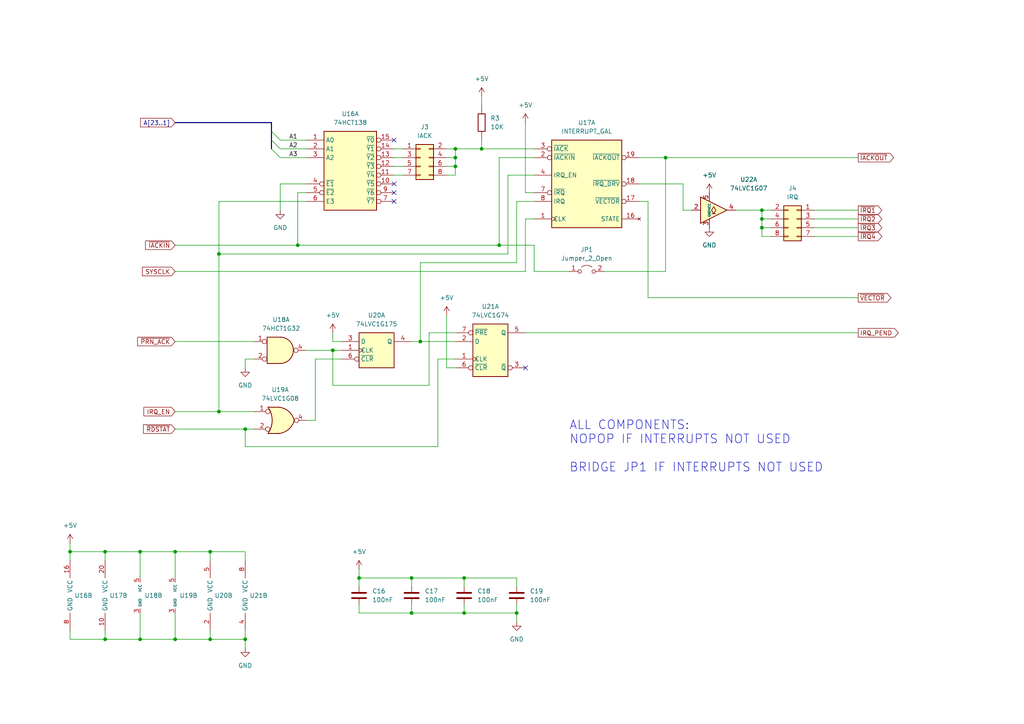
<source format=kicad_sch>
(kicad_sch (version 20231120) (generator "eeschema") (generator_version "8.0")
  (paper "A4")
  (title_block (title "INTERRUPT LOGIC") (date "2024-03-04") (rev "1") (company "(C) TOM STOREY") (comment 1 "FREE FOR NON-COMMERCIAL USE"))
  (lib_symbols
    (symbol "COMET_symbols:74x138"
      (property "Reference" "U" (at 0 0 0))
      (property "Value" "74x138" (at 0 0 0))
      (symbol "74x138_1_1"
        (rectangle (start -7.62 10.16) (end 7.62 -12.7) (stroke (width 0.254)) (fill (type background)))
        (pin input line (at -12.7 7.62 0) (length 5.08) (name "A0") (number "1"))
        (pin output inverted (at 12.7 -5.08 180) (length 5.08) (name "~{Y5}") (number "10"))
        (pin output inverted (at 12.7 -2.54 180) (length 5.08) (name "~{Y4}") (number "11"))
        (pin output inverted (at 12.7 0 180) (length 5.08) (name "~{Y3}") (number "12"))
        (pin output inverted (at 12.7 2.54 180) (length 5.08) (name "~{Y2}") (number "13"))
        (pin output inverted (at 12.7 5.08 180) (length 5.08) (name "~{Y1}") (number "14"))
        (pin output inverted (at 12.7 7.62 180) (length 5.08) (name "~{Y0}") (number "15"))
        (pin input line (at -12.7 5.08 0) (length 5.08) (name "A1") (number "2"))
        (pin input line (at -12.7 2.54 0) (length 5.08) (name "A2") (number "3"))
        (pin input inverted (at -12.7 -5.08 0) (length 5.08) (name "~{E1}") (number "4"))
        (pin input inverted (at -12.7 -7.62 0) (length 5.08) (name "~{E2}") (number "5"))
        (pin input line (at -12.7 -10.16 0) (length 5.08) (name "E3") (number "6"))
        (pin output inverted (at 12.7 -10.16 180) (length 5.08) (name "~{Y7}") (number "7"))
        (pin output inverted (at 12.7 -7.62 180) (length 5.08) (name "~{Y6}") (number "9"))
      )
      (symbol "74x138_2_1"
        (pin power_in line (at 0 10.16 270) (length 5.08) (name "VCC") (number "16"))
        (pin power_in line (at 0 -10.16 90) (length 5.08) (name "GND") (number "8"))
      )
    )
    (symbol "COMET_symbols:74x1G07"
      (property "Reference" "U" (at 0 0 0))
      (property "Value" "74x1G07" (at 0 0 0))
      (symbol "74x1G07_1_0"
        (polyline (pts (xy -2.54 3.81) (xy -2.54 -3.81) (xy 5.08 0) (xy -2.54 3.81)) (stroke (width 0.254)) (fill (type background)))
      )
      (symbol "74x1G07_1_1"
        (polyline (pts (xy 0.762 -1.016) (xy 1.778 -1.016)) (stroke (width 0.2032)))
        (polyline (pts (xy 1.27 1.016) (xy 0.635 0) (xy 1.27 -1.016) (xy 1.905 0) (xy 1.27 1.016)) (stroke (width 0.2032)))
        (pin input line (at -5.08 0 0) (length 2.54) (name "~") (number "2"))
        (pin open_collector line (at 7.62 0 180) (length 2.54) (name "~") (number "4"))
      )
      (symbol "74x1G07_1_2"
        (polyline (pts (xy 0.762 -1.016) (xy 1.778 -1.016)) (stroke (width 0.2032)))
        (polyline (pts (xy 1.27 1.016) (xy 0.635 0) (xy 1.27 -1.016) (xy 1.905 0) (xy 1.27 1.016)) (stroke (width 0.2032)))
        (pin input inverted (at -5.08 0 0) (length 2.54) (name "~") (number "2"))
        (pin open_collector inverted (at 7.62 0 180) (length 2.54) (name "~") (number "4"))
      )
      (symbol "74x1G07_2_1"
        (pin power_in line (at 0 -5.08 90) (length 2.54) (name "GND") (number "3"))
        (pin power_in line (at 0 5.08 270) (length 2.54) (name "VCC") (number "5"))
      )
      (symbol "74x1G07_2_2"
        (pin power_in line (at 0 -5.08 90) (length 2.54) (name "GND") (number "3"))
        (pin power_in line (at 0 5.08 270) (length 2.54) (name "VCC") (number "5"))
      )
    )
    (symbol "COMET_symbols:74x1G08"
      (property "Reference" "U" (at 0 0 0))
      (property "Value" "74x1G08" (at 0 0 0))
      (symbol "74x1G08_1_1"
        (arc (start 0 -3.81) (mid 3.7934 0) (end 0 3.81) (stroke (width 0.254)) (fill (type background)))
        (polyline (pts (xy 0 3.81) (xy -3.81 3.81) (xy -3.81 -3.81) (xy 0 -3.81)) (stroke (width 0.254)) (fill (type background)))
        (pin input line (at -7.62 2.54 0) (length 3.81) (name "~") (number "1"))
        (pin input line (at -7.62 -2.54 0) (length 3.81) (name "~") (number "2"))
        (pin output line (at 7.62 0 180) (length 3.81) (name "~") (number "4"))
      )
      (symbol "74x1G08_1_2"
        (arc (start -3.5562 -3.81) (mid -2.3352 0) (end -3.5562 3.81) (stroke (width 0.254)))
        (arc (start -0.3558 -3.81) (mid 2.4393 -2.584) (end 4.0638 0) (stroke (width 0.254)) (fill (type background)))
        (polyline (pts (xy -3.5562 -3.81) (xy -0.3812 -3.81)) (stroke (width 0.254)) (fill (type background)))
        (polyline (pts (xy -3.5562 3.81) (xy -0.3812 3.81)) (stroke (width 0.254)) (fill (type background)))
        (polyline (pts (xy -0.3812 3.81) (xy -3.5562 3.81) (xy -3.5562 3.81) (xy -3.3022 3.4036) (xy -2.7688 2.2606) (xy -2.4386 1.0414) (xy -2.3624 -0.254) (xy -2.5148 -1.4986) (xy -2.9212 -2.7178) (xy -3.5562 -3.81) (xy -3.5562 -3.81) (xy -0.3812 -3.81)) (stroke (width -25.4)) (fill (type background)))
        (arc (start 4.0638 0) (mid 2.4466 2.5925) (end -0.3558 3.81) (stroke (width 0.254)) (fill (type background)))
        (pin input inverted (at -7.62 2.54 0) (length 4.6228) (name "~") (number "1"))
        (pin input inverted (at -7.62 -2.54 0) (length 4.6228) (name "~") (number "2"))
        (pin output inverted (at 7.62 0 180) (length 3.5052) (name "~") (number "4"))
      )
      (symbol "74x1G08_2_1"
        (pin power_in line (at 0 -5.08 90) (length 1.27) (name "GND") (number "3"))
        (pin power_in line (at 0 5.08 270) (length 1.27) (name "VCC") (number "5"))
      )
      (symbol "74x1G08_2_2"
        (pin power_in line (at 0 -5.08 90) (length 1.27) (name "GND") (number "3"))
        (pin power_in line (at 0 5.08 270) (length 1.27) (name "VCC") (number "5"))
      )
    )
    (symbol "COMET_symbols:74x1G175"
      (property "Reference" "U" (at 0 0 0))
      (property "Value" "74x1G175" (at 0 0 0))
      (symbol "74x1G175_1_1"
        (rectangle (start -5.08 5.08) (end 5.08 -5.08) (stroke (width 0.254)) (fill (type background)))
        (pin input clock (at -10.16 0 0) (length 5.08) (name "CLK") (number "1"))
        (pin input line (at -10.16 2.54 0) (length 5.08) (name "D") (number "3"))
        (pin output line (at 10.16 2.54 180) (length 5.08) (name "Q") (number "4"))
        (pin input inverted (at -10.16 -2.54 0) (length 5.08) (name "~{CLR}") (number "6"))
      )
      (symbol "74x1G175_2_1"
        (pin power_in line (at 0 -10.16 90) (length 5.08) (name "GND") (number "2"))
        (pin power_in line (at 0 10.16 270) (length 5.08) (name "VCC") (number "5"))
      )
    )
    (symbol "COMET_symbols:74x1G32"
      (property "Reference" "U" (at 0 0 0))
      (property "Value" "74x1G32" (at 0 0 0))
      (symbol "74x1G32_1_1"
        (arc (start -3.5562 -3.81) (mid -2.3352 0) (end -3.5562 3.81) (stroke (width 0.254)))
        (arc (start -0.3558 -3.81) (mid 2.4393 -2.584) (end 4.0638 0) (stroke (width 0.254)) (fill (type background)))
        (polyline (pts (xy -3.5562 -3.81) (xy -0.3812 -3.81)) (stroke (width 0.254)) (fill (type background)))
        (polyline (pts (xy -3.5562 3.81) (xy -0.3812 3.81)) (stroke (width 0.254)) (fill (type background)))
        (polyline (pts (xy -0.3812 3.81) (xy -3.5562 3.81) (xy -3.5562 3.81) (xy -3.3022 3.4036) (xy -2.7688 2.2606) (xy -2.4386 1.0414) (xy -2.3624 -0.254) (xy -2.5148 -1.4986) (xy -2.9212 -2.7178) (xy -3.5562 -3.81) (xy -3.5562 -3.81) (xy -0.3812 -3.81)) (stroke (width -25.4)) (fill (type background)))
        (arc (start 4.0638 0) (mid 2.4466 2.5925) (end -0.3558 3.81) (stroke (width 0.254)) (fill (type background)))
        (pin input line (at -7.62 2.54 0) (length 4.6228) (name "~") (number "1"))
        (pin input line (at -7.62 -2.54 0) (length 4.6228) (name "~") (number "2"))
        (pin output line (at 7.62 0 180) (length 3.6068) (name "~") (number "4"))
      )
      (symbol "74x1G32_1_2"
        (arc (start 0 -3.81) (mid 3.7934 0) (end 0 3.81) (stroke (width 0.254)) (fill (type background)))
        (polyline (pts (xy 0 3.81) (xy -3.81 3.81) (xy -3.81 -3.81) (xy 0 -3.81)) (stroke (width 0.254)) (fill (type background)))
        (pin input inverted (at -7.62 2.54 0) (length 3.683) (name "~") (number "1"))
        (pin input inverted (at -7.62 -2.54 0) (length 3.683) (name "~") (number "2"))
        (pin output inverted (at 7.62 0 180) (length 3.683) (name "~") (number "4"))
      )
      (symbol "74x1G32_2_1"
        (pin power_in line (at 0 -5.08 90) (length 1.27) (name "GND") (number "3"))
        (pin power_in line (at 0 5.08 270) (length 1.27) (name "VCC") (number "5"))
      )
      (symbol "74x1G32_2_2"
        (pin power_in line (at 0 -5.08 90) (length 1.27) (name "GND") (number "3"))
        (pin power_in line (at 0 5.08 270) (length 1.27) (name "VCC") (number "5"))
      )
    )
    (symbol "COMET_symbols:74x1G74"
      (property "Reference" "U" (at 0 0 0))
      (property "Value" "74x1G74" (at 0 0 0))
      (symbol "74x1G74_1_1"
        (rectangle (start -5.08 7.62) (end 5.08 -7.62) (stroke (width 0.254)) (fill (type background)))
        (pin input clock (at -10.16 -2.54 0) (length 5.08) (name "CLK") (number "1"))
        (pin input line (at -10.16 2.54 0) (length 5.08) (name "D") (number "2"))
        (pin output inverted (at 10.16 -5.08 180) (length 5.08) (name "~{Q}") (number "3"))
        (pin output line (at 10.16 5.08 180) (length 5.08) (name "Q") (number "5"))
        (pin input inverted (at -10.16 -5.08 0) (length 5.08) (name "~{CLR}") (number "6"))
        (pin input inverted (at -10.16 5.08 0) (length 5.08) (name "~{PRE}") (number "7"))
      )
      (symbol "74x1G74_2_1"
        (pin power_in line (at 0 -10.16 90) (length 5.08) (name "GND") (number "4"))
        (pin power_in line (at 0 10.16 270) (length 5.08) (name "VCC") (number "8"))
      )
    )
    (symbol "COMET_symbols:C" (pin_numbers hide) (pin_names hide)
      (property "Reference" "C" (at 0 0 0))
      (property "Value" "C" (at 0 0 0))
      (symbol "C_0_1"
        (polyline (pts (xy -2.032 -0.762) (xy 2.032 -0.762)) (stroke (width 0.508)))
        (polyline (pts (xy -2.032 0.762) (xy 2.032 0.762)) (stroke (width 0.508)))
      )
      (symbol "C_1_1"
        (pin passive line (at 0 2.54 270) (length 1.524) (name "~") (number "1"))
        (pin passive line (at 0 -2.54 90) (length 1.524) (name "~") (number "2"))
      )
    )
    (symbol "COMET_symbols:R" (pin_numbers hide) (pin_names hide)
      (property "Reference" "R" (at 0 0 0))
      (property "Value" "R" (at 0 0 0))
      (symbol "R_0_1"
        (rectangle (start -1.016 -2.54) (end 1.016 2.54) (stroke (width 0.254)))
      )
      (symbol "R_1_1"
        (pin passive line (at 0 5.08 270) (length 2.54) (name "~") (number "1"))
        (pin passive line (at 0 -5.08 90) (length 2.54) (name "~") (number "2"))
      )
    )
    (symbol "Connector_Generic:Conn_02x04_Odd_Even" (pin_names (offset 1.016) hide)
      (property "Reference" "J" (at 1.27 5.08 0))
      (property "Value" "Conn_02x04_Odd_Even" (at 1.27 -7.62 0))
      (symbol "Conn_02x04_Odd_Even_1_1"
        (rectangle (start -1.27 -4.953) (end 0 -5.207) (stroke (width 0.1524)))
        (rectangle (start -1.27 -2.413) (end 0 -2.667) (stroke (width 0.1524)))
        (rectangle (start -1.27 0.127) (end 0 -0.127) (stroke (width 0.1524)))
        (rectangle (start -1.27 2.667) (end 0 2.413) (stroke (width 0.1524)))
        (rectangle (start -1.27 3.81) (end 3.81 -6.35) (stroke (width 0.254)) (fill (type background)))
        (rectangle (start 3.81 -4.953) (end 2.54 -5.207) (stroke (width 0.1524)))
        (rectangle (start 3.81 -2.413) (end 2.54 -2.667) (stroke (width 0.1524)))
        (rectangle (start 3.81 0.127) (end 2.54 -0.127) (stroke (width 0.1524)))
        (rectangle (start 3.81 2.667) (end 2.54 2.413) (stroke (width 0.1524)))
        (pin passive line (at -5.08 2.54 0) (length 3.81) (name "Pin_1") (number "1"))
        (pin passive line (at 7.62 2.54 180) (length 3.81) (name "Pin_2") (number "2"))
        (pin passive line (at -5.08 0 0) (length 3.81) (name "Pin_3") (number "3"))
        (pin passive line (at 7.62 0 180) (length 3.81) (name "Pin_4") (number "4"))
        (pin passive line (at -5.08 -2.54 0) (length 3.81) (name "Pin_5") (number "5"))
        (pin passive line (at 7.62 -2.54 180) (length 3.81) (name "Pin_6") (number "6"))
        (pin passive line (at -5.08 -5.08 0) (length 3.81) (name "Pin_7") (number "7"))
        (pin passive line (at 7.62 -5.08 180) (length 3.81) (name "Pin_8") (number "8"))
      )
    )
    (symbol "Jumper:Jumper_2_Open" (pin_names (offset 0) hide)
      (property "Reference" "JP" (at 0 2.794 0))
      (property "Value" "Jumper_2_Open" (at 0 -2.286 0))
      (symbol "Jumper_2_Open_0_0"
        (circle (center -2.032 0) (radius 0.508))
        (circle (center 2.032 0) (radius 0.508))
      )
      (symbol "Jumper_2_Open_0_1"
        (arc (start 1.524 1.27) (mid 0 1.778) (end -1.524 1.27))
      )
      (symbol "Jumper_2_Open_1_1"
        (pin passive line (at -5.08 0 0) (length 2.54) (name "A") (number "1"))
        (pin passive line (at 5.08 0 180) (length 2.54) (name "B") (number "2"))
      )
    )
    (symbol "Printer_Interface:INTERRUPT_GAL"
      (property "Reference" "U" (at 0 0 0))
      (property "Value" "INTERRUPT_GAL" (at 0 0 0))
      (symbol "INTERRUPT_GAL_1_0"
        (pin input clock (at -15.24 -10.16 0) (length 5.08) (name "CLK") (number "1"))
        (pin no_connect line (at 15.24 -10.16 180) (length 5.08) (name "STATE") (number "16"))
        (pin output inverted (at 15.24 -5.08 180) (length 5.08) (name "~{VECTOR}") (number "17"))
        (pin output inverted (at 15.24 0 180) (length 5.08) (name "~{IRQ_DRV}") (number "18"))
        (pin output inverted (at 15.24 7.62 180) (length 5.08) (name "~{IACKOUT}") (number "19"))
        (pin input inverted (at -15.24 7.62 0) (length 5.08) (name "~{IACKIN}") (number "2"))
        (pin input inverted (at -15.24 10.16 0) (length 5.08) (name "~{IACK}") (number "3"))
        (pin input line (at -15.24 2.54 0) (length 5.08) (name "IRQ_EN") (number "4"))
        (pin input inverted (at -15.24 -2.54 0) (length 5.08) (name "~{IRQ}") (number "7"))
        (pin input line (at -15.24 -5.08 0) (length 5.08) (name "IRQ") (number "8"))
      )
      (symbol "INTERRUPT_GAL_1_1"
        (rectangle (start -10.16 12.7) (end 10.16 -12.7) (stroke (width 0.254)) (fill (type background)))
      )
      (symbol "INTERRUPT_GAL_2_0"
        (pin power_in line (at 0 -10.16 90) (length 5.08) (name "GND") (number "10"))
        (pin power_in line (at 0 10.16 270) (length 5.08) (name "VCC") (number "20"))
      )
    )
    (symbol "power:+5V" (power) (pin_numbers hide) (pin_names (offset 0) hide)
      (property "Value" "+5V" (at 0 3.556 0))
      (symbol "+5V_0_1"
        (polyline (pts (xy -0.762 1.27) (xy 0 2.54)))
        (polyline (pts (xy 0 0) (xy 0 2.54)))
        (polyline (pts (xy 0 2.54) (xy 0.762 1.27)))
      )
      (symbol "+5V_1_1"
        (pin power_in line (at 0 0 90) (length 0) (name "~") (number "1"))
      )
    )
    (symbol "power:GND" (power) (pin_numbers hide) (pin_names (offset 0) hide)
      (property "Value" "GND" (at 0 -3.81 0))
      (symbol "GND_0_1"
        (polyline (pts (xy 0 0) (xy 0 -1.27) (xy 1.27 -1.27) (xy 0 -2.54) (xy -1.27 -1.27) (xy 0 -1.27)))
      )
      (symbol "GND_1_1"
        (pin power_in line (at 0 0 270) (length 0) (name "~") (number "1"))
      )
    )
  )
  (junction (at 71.12 124.46))
  (junction (at 50.8 160.02))
  (junction (at 96.52 101.6))
  (junction (at 40.64 185.42))
  (junction (at 132.08 48.26))
  (junction (at 63.5 73.66))
  (junction (at 50.8 185.42))
  (junction (at 144.78 71.12))
  (junction (at 193.04 45.72))
  (junction (at 20.32 160.02))
  (junction (at 132.08 45.72))
  (junction (at 121.92 99.06))
  (junction (at 86.36 71.12))
  (junction (at 104.14 167.64))
  (junction (at 139.7 43.18))
  (junction (at 60.96 160.02))
  (junction (at 119.38 167.64))
  (junction (at 30.48 160.02))
  (junction (at 220.98 60.96))
  (junction (at 220.98 66.04))
  (junction (at 220.98 63.5))
  (junction (at 71.12 185.42))
  (junction (at 134.62 167.64))
  (junction (at 149.86 177.8))
  (junction (at 63.5 119.38))
  (junction (at 134.62 177.8))
  (junction (at 40.64 160.02))
  (junction (at 132.08 43.18))
  (junction (at 30.48 185.42))
  (junction (at 119.38 177.8))
  (junction (at 60.96 185.42))
  (no_connect (at 114.3 40.64))
  (no_connect (at 114.3 58.42))
  (no_connect (at 114.3 53.34))
  (no_connect (at 152.4 106.68))
  (no_connect (at 114.3 55.88))
  (bus_entry (at 78.74 40.64) (size 2.54 2.54))
  (bus_entry (at 78.74 43.18) (size 2.54 2.54))
  (bus_entry (at 78.74 38.1) (size 2.54 2.54))
  (wire (pts (xy 40.64 160.02) (xy 50.8 160.02)))
  (wire (pts (xy 139.7 43.18) (xy 154.94 43.18)))
  (wire (pts (xy 134.62 167.64) (xy 149.86 167.64)))
  (wire (pts (xy 104.14 177.8) (xy 119.38 177.8)))
  (wire (pts (xy 116.84 48.26) (xy 114.3 48.26)))
  (wire (pts (xy 152.4 35.56) (xy 152.4 55.88)))
  (wire (pts (xy 50.8 124.46) (xy 71.12 124.46)))
  (wire (pts (xy 86.36 55.88) (xy 86.36 71.12)))
  (wire (pts (xy 88.9 58.42) (xy 63.5 58.42)))
  (wire (pts (xy 81.28 40.64) (xy 88.9 40.64)))
  (wire (pts (xy 198.12 60.96) (xy 198.12 53.34)))
  (wire (pts (xy 129.54 43.18) (xy 132.08 43.18)))
  (bus (pts (xy 78.74 38.1) (xy 78.74 35.56)))
  (wire (pts (xy 96.52 111.76) (xy 124.46 111.76)))
  (wire (pts (xy 129.54 48.26) (xy 132.08 48.26)))
  (wire (pts (xy 147.32 50.8) (xy 147.32 73.66)))
  (wire (pts (xy 236.22 60.96) (xy 248.92 60.96)))
  (wire (pts (xy 121.92 99.06) (xy 119.38 99.06)))
  (wire (pts (xy 71.12 124.46) (xy 73.66 124.46)))
  (wire (pts (xy 30.48 182.88) (xy 30.48 185.42)))
  (wire (pts (xy 104.14 175.26) (xy 104.14 177.8)))
  (wire (pts (xy 50.8 160.02) (xy 60.96 160.02)))
  (wire (pts (xy 60.96 160.02) (xy 60.96 162.56)))
  (wire (pts (xy 116.84 43.18) (xy 114.3 43.18)))
  (wire (pts (xy 236.22 66.04) (xy 248.92 66.04)))
  (wire (pts (xy 154.94 50.8) (xy 147.32 50.8)))
  (wire (pts (xy 220.98 60.96) (xy 220.98 63.5)))
  (wire (pts (xy 50.8 99.06) (xy 73.66 99.06)))
  (wire (pts (xy 73.66 104.14) (xy 71.12 104.14)))
  (wire (pts (xy 96.52 101.6) (xy 96.52 111.76)))
  (wire (pts (xy 220.98 66.04) (xy 220.98 68.58)))
  (wire (pts (xy 71.12 185.42) (xy 71.12 187.96)))
  (wire (pts (xy 63.5 119.38) (xy 73.66 119.38)))
  (wire (pts (xy 149.86 177.8) (xy 149.86 180.34)))
  (wire (pts (xy 129.54 45.72) (xy 132.08 45.72)))
  (wire (pts (xy 220.98 66.04) (xy 223.52 66.04)))
  (bus (pts (xy 50.8 35.56) (xy 78.74 35.56)))
  (wire (pts (xy 200.66 60.96) (xy 198.12 60.96)))
  (wire (pts (xy 71.12 124.46) (xy 71.12 129.54)))
  (wire (pts (xy 50.8 160.02) (xy 50.8 167.64)))
  (wire (pts (xy 185.42 45.72) (xy 193.04 45.72)))
  (wire (pts (xy 91.44 121.92) (xy 91.44 104.14)))
  (wire (pts (xy 152.4 63.5) (xy 152.4 78.74)))
  (wire (pts (xy 144.78 71.12) (xy 154.94 71.12)))
  (wire (pts (xy 20.32 182.88) (xy 20.32 185.42)))
  (wire (pts (xy 132.08 45.72) (xy 132.08 48.26)))
  (wire (pts (xy 71.12 129.54) (xy 127 129.54)))
  (wire (pts (xy 99.06 101.6) (xy 96.52 101.6)))
  (wire (pts (xy 236.22 68.58) (xy 248.92 68.58)))
  (wire (pts (xy 104.14 165.1) (xy 104.14 167.64)))
  (wire (pts (xy 220.98 63.5) (xy 220.98 66.04)))
  (wire (pts (xy 149.86 175.26) (xy 149.86 177.8)))
  (wire (pts (xy 132.08 48.26) (xy 132.08 50.8)))
  (wire (pts (xy 96.52 101.6) (xy 88.9 101.6)))
  (wire (pts (xy 63.5 58.42) (xy 63.5 73.66)))
  (wire (pts (xy 132.08 106.68) (xy 129.54 106.68)))
  (wire (pts (xy 119.38 177.8) (xy 134.62 177.8)))
  (wire (pts (xy 127 129.54) (xy 127 104.14)))
  (wire (pts (xy 20.32 160.02) (xy 20.32 162.56)))
  (wire (pts (xy 60.96 160.02) (xy 71.12 160.02)))
  (wire (pts (xy 187.96 58.42) (xy 187.96 86.36)))
  (wire (pts (xy 81.28 43.18) (xy 88.9 43.18)))
  (bus (pts (xy 78.74 40.64) (xy 78.74 38.1)))
  (wire (pts (xy 132.08 99.06) (xy 121.92 99.06)))
  (wire (pts (xy 139.7 27.94) (xy 139.7 30.48)))
  (wire (pts (xy 154.94 71.12) (xy 154.94 78.74)))
  (bus (pts (xy 78.74 43.18) (xy 78.74 40.64)))
  (wire (pts (xy 185.42 58.42) (xy 187.96 58.42)))
  (wire (pts (xy 152.4 63.5) (xy 154.94 63.5)))
  (wire (pts (xy 121.92 99.06) (xy 121.92 76.2)))
  (wire (pts (xy 40.64 160.02) (xy 40.64 167.64)))
  (wire (pts (xy 63.5 73.66) (xy 63.5 119.38)))
  (wire (pts (xy 88.9 55.88) (xy 86.36 55.88)))
  (wire (pts (xy 91.44 104.14) (xy 99.06 104.14)))
  (wire (pts (xy 119.38 167.64) (xy 119.38 170.18)))
  (wire (pts (xy 30.48 160.02) (xy 30.48 162.56)))
  (wire (pts (xy 185.42 53.34) (xy 198.12 53.34)))
  (wire (pts (xy 236.22 63.5) (xy 248.92 63.5)))
  (wire (pts (xy 119.38 167.64) (xy 134.62 167.64)))
  (wire (pts (xy 132.08 43.18) (xy 139.7 43.18)))
  (wire (pts (xy 40.64 177.8) (xy 40.64 185.42)))
  (wire (pts (xy 220.98 63.5) (xy 223.52 63.5)))
  (wire (pts (xy 132.08 43.18) (xy 132.08 45.72)))
  (wire (pts (xy 193.04 78.74) (xy 193.04 45.72)))
  (wire (pts (xy 71.12 182.88) (xy 71.12 185.42)))
  (wire (pts (xy 149.86 167.64) (xy 149.86 170.18)))
  (wire (pts (xy 121.92 76.2) (xy 149.86 76.2)))
  (wire (pts (xy 104.14 167.64) (xy 119.38 167.64)))
  (wire (pts (xy 50.8 78.74) (xy 152.4 78.74)))
  (wire (pts (xy 119.38 175.26) (xy 119.38 177.8)))
  (wire (pts (xy 149.86 76.2) (xy 149.86 58.42)))
  (wire (pts (xy 60.96 185.42) (xy 71.12 185.42)))
  (wire (pts (xy 40.64 185.42) (xy 50.8 185.42)))
  (wire (pts (xy 139.7 40.64) (xy 139.7 43.18)))
  (wire (pts (xy 60.96 182.88) (xy 60.96 185.42)))
  (wire (pts (xy 187.96 86.36) (xy 248.92 86.36)))
  (wire (pts (xy 129.54 91.44) (xy 129.54 106.68)))
  (wire (pts (xy 81.28 53.34) (xy 81.28 60.96)))
  (wire (pts (xy 149.86 58.42) (xy 154.94 58.42)))
  (wire (pts (xy 20.32 160.02) (xy 30.48 160.02)))
  (wire (pts (xy 144.78 45.72) (xy 154.94 45.72)))
  (wire (pts (xy 193.04 45.72) (xy 248.92 45.72)))
  (wire (pts (xy 71.12 160.02) (xy 71.12 162.56)))
  (wire (pts (xy 154.94 78.74) (xy 165.1 78.74)))
  (wire (pts (xy 30.48 185.42) (xy 40.64 185.42)))
  (wire (pts (xy 81.28 45.72) (xy 88.9 45.72)))
  (wire (pts (xy 50.8 71.12) (xy 86.36 71.12)))
  (wire (pts (xy 129.54 50.8) (xy 132.08 50.8)))
  (wire (pts (xy 152.4 96.52) (xy 248.92 96.52)))
  (wire (pts (xy 144.78 45.72) (xy 144.78 71.12)))
  (wire (pts (xy 88.9 53.34) (xy 81.28 53.34)))
  (wire (pts (xy 127 104.14) (xy 132.08 104.14)))
  (wire (pts (xy 20.32 185.42) (xy 30.48 185.42)))
  (wire (pts (xy 96.52 96.52) (xy 96.52 99.06)))
  (wire (pts (xy 220.98 60.96) (xy 223.52 60.96)))
  (wire (pts (xy 99.06 99.06) (xy 96.52 99.06)))
  (wire (pts (xy 154.94 55.88) (xy 152.4 55.88)))
  (wire (pts (xy 134.62 167.64) (xy 134.62 170.18)))
  (wire (pts (xy 116.84 50.8) (xy 114.3 50.8)))
  (wire (pts (xy 30.48 160.02) (xy 40.64 160.02)))
  (wire (pts (xy 116.84 45.72) (xy 114.3 45.72)))
  (wire (pts (xy 50.8 185.42) (xy 60.96 185.42)))
  (wire (pts (xy 86.36 71.12) (xy 144.78 71.12)))
  (wire (pts (xy 124.46 96.52) (xy 132.08 96.52)))
  (wire (pts (xy 175.26 78.74) (xy 193.04 78.74)))
  (wire (pts (xy 124.46 111.76) (xy 124.46 96.52)))
  (wire (pts (xy 213.36 60.96) (xy 220.98 60.96)))
  (wire (pts (xy 71.12 104.14) (xy 71.12 106.68)))
  (wire (pts (xy 88.9 121.92) (xy 91.44 121.92)))
  (wire (pts (xy 134.62 175.26) (xy 134.62 177.8)))
  (wire (pts (xy 134.62 177.8) (xy 149.86 177.8)))
  (wire (pts (xy 50.8 177.8) (xy 50.8 185.42)))
  (wire (pts (xy 223.52 68.58) (xy 220.98 68.58)))
  (wire (pts (xy 20.32 157.48) (xy 20.32 160.02)))
  (wire (pts (xy 50.8 119.38) (xy 63.5 119.38)))
  (wire (pts (xy 63.5 73.66) (xy 147.32 73.66)))
  (wire (pts (xy 104.14 167.64) (xy 104.14 170.18)))
  (text "ALL COMPONENTS:\nNOPOP IF INTERRUPTS NOT USED\n\nBRIDGE JP1 IF INTERRUPTS NOT USED" (at 165.1 137.16 0) (effects (font (size 2.54 2.54)) (justify left bottom)))
  (label "A1" (at 83.82 40.64 0))
  (label "A3" (at 83.82 45.72 0))
  (label "A2" (at 83.82 43.18 0))
  (global_label "~{RDSTAT}" (shape input) (at 50.8 124.46 180) (property "Intersheetrefs" "${INTERSHEET_REFS}" (effects (hide yes))))
  (global_label "~{IRQ4}" (shape output) (at 248.92 68.58 0) (property "Intersheetrefs" "${INTERSHEET_REFS}" (effects (hide yes))))
  (global_label "~{IACKIN}" (shape input) (at 50.8 71.12 180) (property "Intersheetrefs" "${INTERSHEET_REFS}" (effects (hide yes))))
  (global_label "~{IACKOUT}" (shape output) (at 248.92 45.72 0) (property "Intersheetrefs" "${INTERSHEET_REFS}" (effects (hide yes))))
  (global_label "~{IRQ1}" (shape output) (at 248.92 60.96 0) (property "Intersheetrefs" "${INTERSHEET_REFS}" (effects (hide yes))))
  (global_label "SYSCLK" (shape input) (at 50.8 78.74 180) (property "Intersheetrefs" "${INTERSHEET_REFS}" (effects (hide yes))))
  (global_label "~{IRQ2}" (shape output) (at 248.92 63.5 0) (property "Intersheetrefs" "${INTERSHEET_REFS}" (effects (hide yes))))
  (global_label "~{VECTOR}" (shape output) (at 248.92 86.36 0) (property "Intersheetrefs" "${INTERSHEET_REFS}" (effects (hide yes))))
  (global_label "IRQ_EN" (shape input) (at 50.8 119.38 180) (property "Intersheetrefs" "${INTERSHEET_REFS}" (effects (hide yes))))
  (global_label "A[23..1]" (shape input) (at 50.8 35.56 180) (property "Intersheetrefs" "${INTERSHEET_REFS}" (effects (hide yes))))
  (global_label "IRQ_PEND" (shape output) (at 248.92 96.52 0) (property "Intersheetrefs" "${INTERSHEET_REFS}" (effects (hide yes))))
  (global_label "~{IRQ3}" (shape output) (at 248.92 66.04 0) (property "Intersheetrefs" "${INTERSHEET_REFS}" (effects (hide yes))))
  (global_label "~{PRN_ACK}" (shape input) (at 50.8 99.06 180) (property "Intersheetrefs" "${INTERSHEET_REFS}" (effects (hide yes))))
  (symbol (lib_id "power:+5V") (at 129.54 91.44 0) (unit 1)
    (property "Reference" "#PWR045" (effects (hide yes)))
    (property "Value" "+5V" (at 129.54 86.36 0))
    (property "Description" "Power symbol creates a global label with name \"+5V\"" (effects (hide yes)))
  )
  (symbol (lib_id "power:GND") (at 71.12 187.96 0) (unit 1)
    (property "Reference" "#PWR041" (effects (hide yes)))
    (property "Value" "GND" (at 71.12 193.04 0))
    (property "Description" "Power symbol creates a global label with name \"GND\" , ground" (effects (hide yes)))
  )
  (symbol (lib_id "power:GND") (at 71.12 106.68 0) (unit 1)
    (property "Reference" "#PWR040" (effects (hide yes)))
    (property "Value" "GND" (at 71.12 111.76 0))
    (property "Description" "Power symbol creates a global label with name \"GND\" , ground" (effects (hide yes)))
  )
  (symbol (lib_id "power:+5V") (at 96.52 96.52 0) (unit 1)
    (property "Reference" "#PWR043" (effects (hide yes)))
    (property "Value" "+5V" (at 96.52 91.44 0))
    (property "Description" "Power symbol creates a global label with name \"+5V\"" (effects (hide yes)))
  )
  (symbol (lib_id "power:+5V") (at 104.14 165.1 0) (unit 1)
    (property "Reference" "#PWR044" (effects (hide yes)))
    (property "Value" "+5V" (at 104.14 160.02 0))
    (property "Description" "Power symbol creates a global label with name \"+5V\"" (effects (hide yes)))
  )
  (symbol (lib_id "COMET_symbols:74x1G08") (at 81.28 121.92 0) (unit 1) (convert 2)
    (property "Reference" "U19" (at 81.2717 113.03 0))
    (property "Value" "74LVC1G08" (at 81.2717 115.57 0))
    (property "Footprint" "COMET_footprints:Package_SOT23-5" (effects (hide yes)))
    (property "Description" "Single 2-input AND gate" (effects (hide yes)))
  )
  (symbol (lib_id "power:GND") (at 81.28 60.96 0) (unit 1)
    (property "Reference" "#PWR042" (effects (hide yes)))
    (property "Value" "GND" (at 81.28 66.04 0))
    (property "Description" "Power symbol creates a global label with name \"GND\" , ground" (effects (hide yes)))
  )
  (symbol (lib_id "COMET_symbols:C") (at 134.62 172.72 0) (unit 1)
    (property "Reference" "C18" (at 138.43 171.4499 0) (effects (justify left)))
    (property "Value" "100nF" (at 138.43 173.9899 0) (effects (justify left)))
    (property "Footprint" "COMET_footprints:C_SMD0805" (effects (hide yes)))
  )
  (symbol (lib_id "power:GND") (at 149.86 180.34 0) (unit 1)
    (property "Reference" "#PWR047" (effects (hide yes)))
    (property "Value" "GND" (at 149.86 185.42 0))
    (property "Description" "Power symbol creates a global label with name \"GND\" , ground" (effects (hide yes)))
  )
  (symbol (lib_id "COMET_symbols:C") (at 119.38 172.72 0) (unit 1)
    (property "Reference" "C17" (at 123.19 171.4499 0) (effects (justify left)))
    (property "Value" "100nF" (at 123.19 173.9899 0) (effects (justify left)))
    (property "Footprint" "COMET_footprints:C_SMD0805" (effects (hide yes)))
  )
  (symbol (lib_id "COMET_symbols:C") (at 104.14 172.72 0) (unit 1)
    (property "Reference" "C16" (at 107.95 171.4499 0) (effects (justify left)))
    (property "Value" "100nF" (at 107.95 173.9899 0) (effects (justify left)))
    (property "Footprint" "COMET_footprints:C_SMD0805" (effects (hide yes)))
  )
  (symbol (lib_id "COMET_symbols:74x1G32") (at 40.64 172.72 0) (unit 2)
    (property "Reference" "U18" (at 41.91 172.72 0) (effects (justify left)))
    (property "Value" "74HCT1G32" (effects (hide yes)))
    (property "Footprint" "COMET_footprints:Package_SOT23-5" (effects (hide yes)))
    (property "Description" "Single 2-input OR gate" (effects (hide yes)))
  )
  (symbol (lib_id "power:+5V") (at 139.7 27.94 0) (unit 1)
    (property "Reference" "#PWR046" (effects (hide yes)))
    (property "Value" "+5V" (at 139.7 22.86 0))
    (property "Description" "Power symbol creates a global label with name \"+5V\"" (effects (hide yes)))
  )
  (symbol (lib_id "COMET_symbols:C") (at 149.86 172.72 0) (unit 1)
    (property "Reference" "C19" (at 153.67 171.4499 0) (effects (justify left)))
    (property "Value" "100nF" (at 153.67 173.9899 0) (effects (justify left)))
    (property "Footprint" "COMET_footprints:C_SMD0805" (effects (hide yes)))
  )
  (symbol (lib_id "COMET_symbols:R") (at 139.7 35.56 0) (unit 1)
    (property "Reference" "R3" (at 142.24 34.29 0) (effects (justify left)))
    (property "Value" "10K" (at 142.24 36.83 0) (effects (justify left)))
    (property "Footprint" "COMET_footprints:R_SMD0805" (effects (hide yes)))
  )
  (symbol (lib_id "COMET_symbols:74x1G74") (at 71.12 172.72 0) (unit 2)
    (property "Reference" "U21" (at 72.39 172.72 0) (effects (justify left)))
    (property "Value" "74LVC1G74" (effects (hide yes)))
    (property "Footprint" "COMET_footprints:Package_TSSOP-8_3x3mm_P0.65mm" (effects (hide yes)))
    (property "Description" "Single D-type flip-flop with set and reset; positive edge trigger" (effects (hide yes)))
  )
  (symbol (lib_id "power:+5V") (at 205.74 55.88 0) (unit 1)
    (property "Reference" "#PWR049" (effects (hide yes)))
    (property "Value" "+5V" (at 205.74 50.8 0))
    (property "Description" "Power symbol creates a global label with name \"+5V\"" (effects (hide yes)))
  )
  (symbol (lib_id "Printer_Interface:INTERRUPT_GAL") (at 30.48 172.72 0) (unit 2)
    (property "Reference" "U17" (at 31.75 172.72 0) (effects (justify left)))
    (property "Value" "INTERRUPT_GAL" (effects (hide yes)))
    (property "Footprint" "COMET_footprints:Package_PLCC-20_SMD_socket" (effects (hide yes)))
  )
  (symbol (lib_id "power:+5V") (at 20.32 157.48 0) (unit 1)
    (property "Reference" "#PWR039" (effects (hide yes)))
    (property "Value" "+5V" (at 20.32 152.4 0))
    (property "Description" "Power symbol creates a global label with name \"+5V\"" (effects (hide yes)))
  )
  (symbol (lib_id "Connector_Generic:Conn_02x04_Odd_Even") (at 231.14 63.5 0) (mirror y) (unit 1)
    (property "Reference" "J4" (at 229.87 54.61 0))
    (property "Value" "IRQ" (at 229.87 57.15 0))
    (property "Footprint" "Connector_PinHeader_2.54mm:PinHeader_2x04_P2.54mm_Vertical" (effects (hide yes)))
    (property "Description" "Generic connector, double row, 02x04, odd/even pin numbering scheme (row 1 odd numbers, row 2 even numbers), script generated (kicad-library-utils/schlib/autogen/connector/)" (effects (hide yes)))
  )
  (symbol (lib_id "COMET_symbols:74x1G74") (at 142.24 101.6 0) (unit 1)
    (property "Reference" "U21" (at 142.24 88.9 0))
    (property "Value" "74LVC1G74" (at 142.24 91.44 0))
    (property "Footprint" "COMET_footprints:Package_TSSOP-8_3x3mm_P0.65mm" (effects (hide yes)))
    (property "Description" "Single D-type flip-flop with set and reset; positive edge trigger" (effects (hide yes)))
  )
  (symbol (lib_id "power:+5V") (at 152.4 35.56 0) (unit 1)
    (property "Reference" "#PWR048" (effects (hide yes)))
    (property "Value" "+5V" (at 152.4 30.48 0))
    (property "Description" "Power symbol creates a global label with name \"+5V\"" (effects (hide yes)))
  )
  (symbol (lib_id "COMET_symbols:74x1G07") (at 205.74 60.96 0) (unit 1)
    (property "Reference" "U22" (at 217.17 52.07 0))
    (property "Value" "74LVC1G07" (at 217.17 54.61 0))
    (property "Footprint" "COMET_footprints:Package_SOT23-5" (effects (hide yes)))
    (property "Description" "Buffer with open-drain output" (effects (hide yes)))
  )
  (symbol (lib_id "COMET_symbols:74x1G07") (at 205.74 60.96 0) (unit 2)
    (property "Reference" "U22" (effects (hide yes)))
    (property "Value" "74LVC1G07" (effects (hide yes)))
    (property "Footprint" "COMET_footprints:Package_SOT23-5" (effects (hide yes)))
    (property "Description" "Buffer with open-drain output" (effects (hide yes)))
  )
  (symbol (lib_id "COMET_symbols:74x1G08") (at 50.8 172.72 0) (unit 2)
    (property "Reference" "U19" (at 52.07 172.72 0) (effects (justify left)))
    (property "Value" "74LVC1G08" (effects (hide yes)))
    (property "Footprint" "COMET_footprints:Package_SOT23-5" (effects (hide yes)))
    (property "Description" "Single 2-input AND gate" (effects (hide yes)))
  )
  (symbol (lib_id "power:GND") (at 205.74 66.04 0) (unit 1)
    (property "Reference" "#PWR050" (effects (hide yes)))
    (property "Value" "GND" (at 205.74 71.12 0))
    (property "Description" "Power symbol creates a global label with name \"GND\" , ground" (effects (hide yes)))
  )
  (symbol (lib_id "Jumper:Jumper_2_Open") (at 170.18 78.74 0) (unit 1)
    (property "Reference" "JP1" (at 170.18 72.39 0))
    (property "Value" "Jumper_2_Open" (at 170.18 74.93 0))
    (property "Footprint" "Jumper:SolderJumper-2_P1.3mm_Open_TrianglePad1.0x1.5mm" (effects (hide yes)))
    (property "Description" "Jumper, 2-pole, open" (effects (hide yes)))
  )
  (symbol (lib_id "COMET_symbols:74x1G175") (at 109.22 101.6 0) (unit 1)
    (property "Reference" "U20" (at 109.22 91.44 0))
    (property "Value" "74LVC1G175" (at 109.22 93.98 0))
    (property "Footprint" "COMET_footprints:Package_SOT23-6" (effects (hide yes)))
    (property "Description" "Single D-type flip-flop with reset; positive edge trigger" (effects (hide yes)))
  )
  (symbol (lib_id "COMET_symbols:74x1G32") (at 81.28 101.6 0) (unit 1) (convert 2)
    (property "Reference" "U18" (at 81.5338 92.71 0))
    (property "Value" "74HCT1G32" (at 81.5338 95.25 0))
    (property "Footprint" "COMET_footprints:Package_SOT23-5" (effects (hide yes)))
    (property "Description" "Single 2-input OR gate" (effects (hide yes)))
  )
  (symbol (lib_id "COMET_symbols:74x138") (at 101.6 48.26 0) (unit 1)
    (property "Reference" "U16" (at 101.6 33.02 0))
    (property "Value" "74HCT138" (at 101.6 35.56 0))
    (property "Footprint" "COMET_footprints:Package_SO16" (effects (hide yes)))
    (property "Description" "3-to-8 line decoder/demultiplexer; inverting" (effects (hide yes)))
  )
  (symbol (lib_id "COMET_symbols:74x138") (at 20.32 172.72 0) (unit 2)
    (property "Reference" "U16" (at 21.59 172.72 0) (effects (justify left)))
    (property "Value" "74HCT138" (effects (hide yes)))
    (property "Footprint" "COMET_footprints:Package_SO16" (effects (hide yes)))
    (property "Description" "3-to-8 line decoder/demultiplexer; inverting" (effects (hide yes)))
  )
  (symbol (lib_id "COMET_symbols:74x1G175") (at 60.96 172.72 0) (unit 2)
    (property "Reference" "U20" (at 62.23 172.72 0) (effects (justify left)))
    (property "Value" "74LVC1G175" (effects (hide yes)))
    (property "Footprint" "COMET_footprints:Package_SOT23-6" (effects (hide yes)))
    (property "Description" "Single D-type flip-flop with reset; positive edge trigger" (effects (hide yes)))
  )
  (symbol (lib_id "Connector_Generic:Conn_02x04_Odd_Even") (at 121.92 45.72 0) (unit 1)
    (property "Reference" "J3" (at 123.19 36.83 0))
    (property "Value" "IACK" (at 123.19 39.37 0))
    (property "Footprint" "Connector_PinHeader_2.54mm:PinHeader_2x04_P2.54mm_Vertical" (effects (hide yes)))
    (property "Description" "Generic connector, double row, 02x04, odd/even pin numbering scheme (row 1 odd numbers, row 2 even numbers), script generated (kicad-library-utils/schlib/autogen/connector/)" (effects (hide yes)))
  )
  (symbol (lib_id "Printer_Interface:INTERRUPT_GAL") (at 170.18 53.34 0) (unit 1)
    (property "Reference" "U17" (at 170.18 35.56 0))
    (property "Value" "INTERRUPT_GAL" (at 170.18 38.1 0))
    (property "Footprint" "COMET_footprints:Package_PLCC-20_SMD_socket" (effects (hide yes)))
  )
)
</source>
